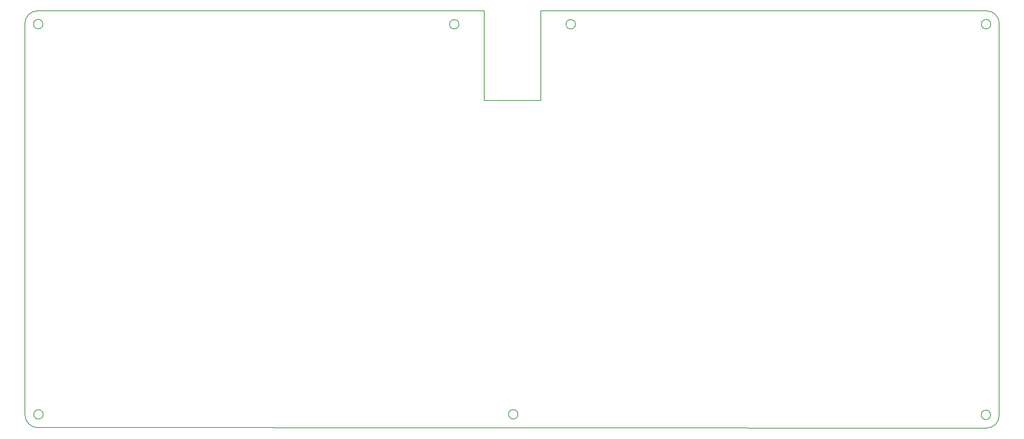
<source format=gbr>
G04 #@! TF.GenerationSoftware,KiCad,Pcbnew,(6.0.9)*
G04 #@! TF.CreationDate,2023-01-04T22:16:12+09:00*
G04 #@! TF.ProjectId,noraneko52r,6e6f7261-6e65-46b6-9f35-32722e6b6963,rev?*
G04 #@! TF.SameCoordinates,Original*
G04 #@! TF.FileFunction,Profile,NP*
%FSLAX46Y46*%
G04 Gerber Fmt 4.6, Leading zero omitted, Abs format (unit mm)*
G04 Created by KiCad (PCBNEW (6.0.9)) date 2023-01-04 22:16:12*
%MOMM*%
%LPD*%
G01*
G04 APERTURE LIST*
G04 #@! TA.AperFunction,Profile*
%ADD10C,0.200000*%
G04 #@! TD*
G04 #@! TA.AperFunction,Profile*
%ADD11C,0.150000*%
G04 #@! TD*
G04 APERTURE END LIST*
D10*
X103237010Y-125285590D02*
G75*
G03*
X106237000Y-128285590I2999990J-10D01*
G01*
D11*
X232480000Y-33460000D02*
G75*
G03*
X232480000Y-33460000I-1100000J0D01*
G01*
D10*
X106237000Y-128285590D02*
X329000026Y-128404334D01*
D11*
X330020000Y-33440000D02*
G75*
G03*
X330020000Y-33440000I-1100000J0D01*
G01*
D10*
X224370000Y-30300000D02*
X224370000Y-51380000D01*
X106192000Y-30300000D02*
G75*
G03*
X103192000Y-33300000I0J-3000000D01*
G01*
D11*
X329970000Y-125280000D02*
G75*
G03*
X329970000Y-125280000I-1100000J0D01*
G01*
X205130000Y-33460000D02*
G75*
G03*
X205130000Y-33460000I-1100000J0D01*
G01*
D10*
X329018667Y-30300000D02*
X224370000Y-30300000D01*
D11*
X107430000Y-33430000D02*
G75*
G03*
X107430000Y-33430000I-1100000J0D01*
G01*
D10*
X224370000Y-51380000D02*
X211090000Y-51380000D01*
X103192000Y-33300000D02*
X103237000Y-125285590D01*
D11*
X107510000Y-125180000D02*
G75*
G03*
X107510000Y-125180000I-1100000J0D01*
G01*
D10*
X329000026Y-128404326D02*
G75*
G03*
X332000026Y-125404334I-26J3000026D01*
G01*
X211090000Y-30300000D02*
X106192000Y-30300000D01*
D11*
X218980000Y-125150000D02*
G75*
G03*
X218980000Y-125150000I-1100000J0D01*
G01*
D10*
X211090000Y-30300000D02*
X211090000Y-51380000D01*
X332000026Y-125404334D02*
X332018666Y-33300000D01*
X332018700Y-33300000D02*
G75*
G03*
X329018667Y-30300000I-3000000J0D01*
G01*
M02*

</source>
